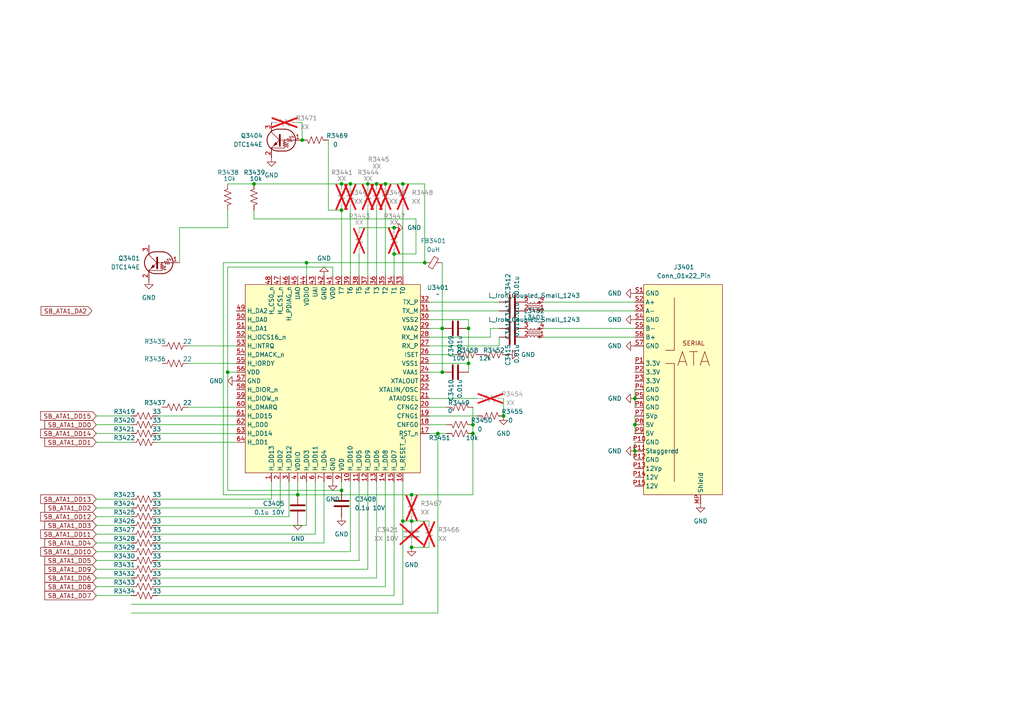
<source format=kicad_sch>
(kicad_sch (version 20231120) (generator "eeschema") (generator_version "8.0")
  (paper "A4")
  (lib_symbols
    (symbol "Device:C" (pin_numbers hide) (pin_names (offset 0.254))
      (property "Reference" "C" (at 0.635 2.54 0))
      (property "Value" "C" (at 0.635 -2.54 0))
      (symbol "C_0_1"
        (polyline (pts (xy -2.032 -0.762) (xy 2.032 -0.762)) (stroke (width 0.508)))
        (polyline (pts (xy -2.032 0.762) (xy 2.032 0.762)) (stroke (width 0.508)))
      )
      (symbol "C_1_1"
        (pin passive line (at 0 3.81 270) (length 2.794) (name "~") (number "1"))
        (pin passive line (at 0 -3.81 90) (length 2.794) (name "~") (number "2"))
      )
    )
    (symbol "Device:FerriteBead_Small" (pin_numbers hide) (pin_names (offset 0))
      (property "Reference" "FB" (at 1.905 1.27 0))
      (property "Value" "FerriteBead_Small" (at 1.905 -1.27 0))
      (symbol "FerriteBead_Small_0_1"
        (polyline (pts (xy 0 -1.27) (xy 0 -0.7874)))
        (polyline (pts (xy 0 0.889) (xy 0 1.2954)))
        (polyline (pts (xy -1.8288 0.2794) (xy -1.1176 1.4986) (xy 1.8288 -0.2032) (xy 1.1176 -1.4224) (xy -1.8288 0.2794)))
      )
      (symbol "FerriteBead_Small_1_1"
        (pin passive line (at 0 2.54 270) (length 1.27) (name "~") (number "1"))
        (pin passive line (at 0 -2.54 90) (length 1.27) (name "~") (number "2"))
      )
    )
    (symbol "Device:L_Iron_Coupled_Small_1243" (pin_names (offset 0.254) hide)
      (property "Reference" "L" (at 0 3.175 0))
      (property "Value" "L_Iron_Coupled_Small_1243" (at 0 -3.175 0))
      (symbol "L_Iron_Coupled_Small_1243_0_1"
        (arc (start -2.032 1.27) (mid -1.524 0.7642) (end -1.016 1.27))
        (circle (center -1.524 -1.27) (radius 0.254) (fill (type outline)))
        (circle (center -1.524 1.27) (radius 0.254) (fill (type outline)))
        (arc (start -1.016 -1.27) (mid -1.524 -0.7642) (end -2.032 -1.27))
        (arc (start -1.016 1.27) (mid -0.508 0.7642) (end 0 1.27))
        (arc (start 0 -1.27) (mid -0.508 -0.7642) (end -1.016 -1.27))
        (polyline (pts (xy 1.778 -0.254) (xy -1.778 -0.254)))
        (polyline (pts (xy 1.778 0.254) (xy -1.778 0.254)))
        (arc (start 0 1.27) (mid 0.508 0.7642) (end 1.016 1.27))
        (arc (start 1.016 -1.27) (mid 0.508 -0.7642) (end 0 -1.27))
        (arc (start 1.016 1.27) (mid 1.524 0.7642) (end 2.032 1.27))
        (arc (start 2.032 -1.27) (mid 1.524 -0.7642) (end 1.016 -1.27))
      )
      (symbol "L_Iron_Coupled_Small_1243_1_1"
        (pin passive line (at -2.54 1.27 0) (length 0.508) (name "1") (number "1"))
        (pin passive line (at 2.54 1.27 180) (length 0.508) (name "2") (number "2"))
        (pin passive line (at 2.54 -1.27 180) (length 0.508) (name "3") (number "3"))
        (pin passive line (at -2.54 -1.27 0) (length 0.508) (name "4") (number "4"))
      )
    )
    (symbol "Device:R_US" (pin_numbers hide) (pin_names (offset 0))
      (property "Reference" "R" (at 2.54 0 90))
      (property "Value" "R_US" (at -2.54 0 90))
      (symbol "R_US_0_1"
        (polyline (pts (xy 0 -2.286) (xy 0 -2.54)))
        (polyline (pts (xy 0 2.286) (xy 0 2.54)))
        (polyline (pts (xy 0 -0.762) (xy 1.016 -1.143) (xy 0 -1.524) (xy -1.016 -1.905) (xy 0 -2.286)))
        (polyline (pts (xy 0 0.762) (xy 1.016 0.381) (xy 0 0) (xy -1.016 -0.381) (xy 0 -0.762)))
        (polyline (pts (xy 0 2.286) (xy 1.016 1.905) (xy 0 1.524) (xy -1.016 1.143) (xy 0 0.762)))
      )
      (symbol "R_US_1_1"
        (pin passive line (at 0 3.81 270) (length 1.27) (name "~") (number "1"))
        (pin passive line (at 0 -3.81 90) (length 1.27) (name "~") (number "2"))
      )
    )
    (symbol "PS3:88SA8040C0"
      (property "Reference" "U" (at 31.75 -14.732 0))
      (symbol "88SA8040C0_0_0"
        (pin unspecified line (at 0 0 0) (length 2.54) (name "H_DD13") (number "1"))
        (pin unspecified line (at 0 -22.86 0) (length 2.54) (name "H_DD10") (number "10"))
        (pin unspecified line (at 0 -25.4 0) (length 2.54) (name "H_DD5") (number "11"))
        (pin unspecified line (at 0 -27.94 0) (length 2.54) (name "H_DD9") (number "12"))
        (pin unspecified line (at 0 -33.02 0) (length 2.54) (name "H_DD8") (number "14"))
        (pin unspecified line (at 0 -35.56 0) (length 2.54) (name "H_DD7") (number "15"))
        (pin unspecified line (at 0 -38.1 0) (length 2.54) (name "H_RESET_n") (number "16"))
        (pin unspecified line (at 13.97 -45.72 90) (length 2.54) (name "RST_n") (number "17"))
        (pin unspecified line (at 16.51 -45.72 90) (length 2.54) (name "CNFG0") (number "18"))
        (pin unspecified line (at 19.05 -45.72 90) (length 2.54) (name "CFNG1") (number "19"))
        (pin unspecified line (at 0 -2.54 0) (length 2.54) (name "H_DD2") (number "2"))
        (pin unspecified line (at 21.59 -45.72 90) (length 2.54) (name "CFNG2") (number "20"))
        (pin unspecified line (at 24.13 -45.72 90) (length 2.54) (name "ATAIOSEL") (number "21"))
        (pin unspecified line (at 26.67 -45.72 90) (length 2.54) (name "XTALIN/OSC") (number "22"))
        (pin unspecified line (at 29.21 -45.72 90) (length 2.54) (name "XTALOUT") (number "23"))
        (pin power_in line (at 31.75 -45.72 90) (length 2.54) (name "VAA1") (number "24"))
        (pin power_in line (at 34.29 -45.72 90) (length 2.54) (name "VSS1") (number "25"))
        (pin unspecified line (at 36.83 -45.72 90) (length 2.54) (name "ISET") (number "26"))
        (pin unspecified line (at 39.37 -45.72 90) (length 2.54) (name "RX_P") (number "27"))
        (pin unspecified line (at 41.91 -45.72 90) (length 2.54) (name "RX_M") (number "28"))
        (pin power_in line (at 44.45 -45.72 90) (length 2.54) (name "VAA2") (number "29"))
        (pin unspecified line (at 0 -5.08 0) (length 2.54) (name "H_DD12") (number "3"))
        (pin power_in line (at 46.99 -45.72 90) (length 2.54) (name "VSS2") (number "30"))
        (pin unspecified line (at 49.53 -45.72 90) (length 2.54) (name "TX_M") (number "31"))
        (pin unspecified line (at 52.07 -45.72 90) (length 2.54) (name "TX_P") (number "32"))
        (pin unspecified line (at 59.69 -38.1 180) (length 2.54) (name "T0") (number "33"))
        (pin unspecified line (at 59.69 -35.56 180) (length 2.54) (name "T1") (number "34"))
        (pin unspecified line (at 59.69 -33.02 180) (length 2.54) (name "T2") (number "35"))
        (pin unspecified line (at 59.69 -30.48 180) (length 2.54) (name "T3") (number "36"))
        (pin unspecified line (at 59.69 -27.94 180) (length 2.54) (name "T4") (number "37"))
        (pin unspecified line (at 59.69 -25.4 180) (length 2.54) (name "T5") (number "38"))
        (pin unspecified line (at 59.69 -22.86 180) (length 2.54) (name "T6") (number "39"))
        (pin power_in line (at 0 -7.62 0) (length 2.54) (name "VDDIO") (number "4"))
        (pin unspecified line (at 59.69 -20.32 180) (length 2.54) (name "T7") (number "40"))
        (pin power_in line (at 59.69 -17.78 180) (length 2.54) (name "VDD") (number "41"))
        (pin power_in line (at 59.69 -15.24 180) (length 2.54) (name "GND") (number "42"))
        (pin unspecified line (at 59.69 -12.7 180) (length 2.54) (name "UAI") (number "43"))
        (pin power_in line (at 59.69 -10.16 180) (length 2.54) (name "VDDIO") (number "44"))
        (pin unspecified line (at 59.69 -7.62 180) (length 2.54) (name "UAO") (number "45"))
        (pin unspecified line (at 59.69 -5.08 180) (length 2.54) (name "H_PDIAG_n") (number "46"))
        (pin unspecified line (at 59.69 -2.54 180) (length 2.54) (name "H_CS1_n") (number "47"))
        (pin unspecified line (at 59.69 0 180) (length 2.54) (name "H_CS0_n") (number "48"))
        (pin unspecified line (at 49.53 10.16 270) (length 2.54) (name "H_DA2") (number "49"))
        (pin unspecified line (at 0 -10.16 0) (length 2.54) (name "H_DD3") (number "5"))
        (pin unspecified line (at 46.99 10.16 270) (length 2.54) (name "H_DA0") (number "50"))
        (pin unspecified line (at 44.45 10.16 270) (length 2.54) (name "H_DA1") (number "51"))
        (pin unspecified line (at 41.91 10.16 270) (length 2.54) (name "H_IOCS16_n") (number "52"))
        (pin unspecified line (at 39.37 10.16 270) (length 2.54) (name "H_INTRQ") (number "53"))
        (pin unspecified line (at 36.83 10.16 270) (length 2.54) (name "H_DMACK_n") (number "54"))
        (pin unspecified line (at 34.29 10.16 270) (length 2.54) (name "H_IORDY") (number "55"))
        (pin power_in line (at 31.75 10.16 270) (length 2.54) (name "VDD") (number "56"))
        (pin power_in line (at 29.21 10.16 270) (length 2.54) (name "GND") (number "57"))
        (pin unspecified line (at 26.67 10.16 270) (length 2.54) (name "H_DIOR_n") (number "58"))
        (pin unspecified line (at 24.13 10.16 270) (length 2.54) (name "H_DIOW_n") (number "59"))
        (pin unspecified line (at 0 -12.7 0) (length 2.54) (name "H_DD11") (number "6"))
        (pin unspecified line (at 21.59 10.16 270) (length 2.54) (name "H_DMARQ") (number "60"))
        (pin unspecified line (at 19.05 10.16 270) (length 2.54) (name "H_DD15") (number "61"))
        (pin unspecified line (at 16.51 10.16 270) (length 2.54) (name "H_DD0") (number "62"))
        (pin unspecified line (at 13.97 10.16 270) (length 2.54) (name "H_DD14") (number "63"))
        (pin unspecified line (at 11.43 10.16 270) (length 2.54) (name "H_DD1") (number "64"))
        (pin unspecified line (at 0 -15.24 0) (length 2.54) (name "H_DD4") (number "7"))
        (pin power_in line (at 0 -17.78 0) (length 2.54) (name "GND") (number "8"))
        (pin power_in line (at 0 -20.32 0) (length 2.54) (name "VDD") (number "9"))
      )
      (symbol "88SA8040C0_1_1"
        (rectangle (start 2.54 7.62) (end 57.15 -43.18) (fill (type background)))
        (pin unspecified line (at 0 -30.48 0) (length 2.54) (name "H_DD6") (number "13"))
      )
    )
    (symbol "PS3:SATA"
      (property "Reference" "J" (at 11.43 0.254 0))
      (symbol "SATA_1_1"
        (rectangle (start 0 -1.27) (end 22.86 -62.23) (fill (type background)))
        (polyline (pts (xy 6.35 -24.13) (xy 8.89 -24.13) (xy 8.89 -58.42)))
        (polyline (pts (xy 8.89 -5.08) (xy 8.89 -20.32) (xy 6.35 -20.32)))
        (text "ATA" (at 14.478 -22.86 0) (effects (font (size 4 4))))
        (text "SERIAL" (at 14.478 -18.288 0) (effects (font (size 1.27 1.27))))
        (pin no_connect line (at -2.54 -21.59 0) (length 2.54) hide (name "KEY") (number ""))
        (pin unspecified line (at 16.51 -64.77 90) (length 2.54) (name "Shield") (number "MP"))
        (pin power_in line (at -2.54 -24.13 0) (length 2.54) (name "3.3V") (number "P1"))
        (pin power_in line (at -2.54 -46.99 0) (length 2.54) (name "GND") (number "P10"))
        (pin input line (at -2.54 -49.53 0) (length 2.54) (name "Staggered") (number "P11"))
        (pin power_in line (at -2.54 -52.07 0) (length 2.54) (name "GND") (number "P12"))
        (pin power_in line (at -2.54 -54.61 0) (length 2.54) (name "12Vp") (number "P13"))
        (pin power_in line (at -2.54 -57.15 0) (length 2.54) (name "12V") (number "P14"))
        (pin power_in line (at -2.54 -59.69 0) (length 2.54) (name "12V") (number "P15"))
        (pin power_in line (at -2.54 -26.67 0) (length 2.54) (name "3.3V") (number "P2"))
        (pin power_in line (at -2.54 -29.21 0) (length 2.54) (name "3.3V") (number "P3"))
        (pin power_in line (at -2.54 -31.75 0) (length 2.54) (name "GND") (number "P4"))
        (pin power_in line (at -2.54 -34.29 0) (length 2.54) (name "GND") (number "P5"))
        (pin power_in line (at -2.54 -36.83 0) (length 2.54) (name "GND") (number "P6"))
        (pin power_in line (at -2.54 -39.37 0) (length 2.54) (name "5Vp") (number "P7"))
        (pin power_in line (at -2.54 -41.91 0) (length 2.54) (name "5V") (number "P8"))
        (pin power_in line (at -2.54 -44.45 0) (length 2.54) (name "5V") (number "P9"))
        (pin power_in line (at -2.54 -3.81 0) (length 2.54) (name "GND") (number "S1"))
        (pin input line (at -2.54 -6.35 0) (length 2.54) (name "A+") (number "S2"))
        (pin input line (at -2.54 -8.89 0) (length 2.54) (name "A-") (number "S3"))
        (pin power_in line (at -2.54 -11.43 0) (length 2.54) (name "GND") (number "S4"))
        (pin output line (at -2.54 -13.97 0) (length 2.54) (name "B-") (number "S5"))
        (pin output line (at -2.54 -16.51 0) (length 2.54) (name "B+") (number "S6"))
        (pin power_in line (at -2.54 -19.05 0) (length 2.54) (name "GND") (number "S7"))
      )
    )
    (symbol "Transistor_BJT:DTC144E" (pin_names (offset 0) hide)
      (property "Reference" "Q" (at 5.08 1.905 0))
      (property "Value" "DTC144E" (at 5.08 0 0))
      (symbol "DTC144E_0_0"
        (text "47k" (at -3.302 0.889 0) (effects (font (size 0.508 0.508))))
        (text "47k" (at -2.159 -1.524 900) (effects (font (size 0.508 0.508))))
      )
      (symbol "DTC144E_0_1"
        (circle (center -1.27 0) (radius 0.127))
        (arc (start -1.27 3.175) (mid -4.4312 0) (end -1.27 -3.175) (stroke (width 0.254)))
        (polyline (pts (xy -3.429 0) (xy -3.81 0)))
        (polyline (pts (xy -1.27 -3.175) (xy 0.635 -3.175)) (stroke (width 0.254)))
        (polyline (pts (xy -1.27 3.175) (xy 0.635 3.175)) (stroke (width 0.254)))
        (polyline (pts (xy 0 -0.254) (xy 2.54 2.286)))
        (polyline (pts (xy 0.127 1.524) (xy 0.127 -1.651)) (stroke (width 0.508)) (fill (type outline)))
        (polyline (pts (xy 2.54 2.286) (xy 2.54 2.54)))
        (polyline (pts (xy 2.54 -2.286) (xy 0 0.254) (xy 0 0.254)))
        (polyline (pts (xy 0.889 -1.143) (xy 1.397 -0.635) (xy 1.905 -1.651) (xy 0.889 -1.143)) (fill (type outline)))
        (polyline (pts (xy 0 0) (xy -1.905 0) (xy -2.032 0.508) (xy -2.286 -0.508) (xy -2.54 0.508) (xy -2.794 -0.508) (xy -3.048 0.508) (xy -3.302 -0.508) (xy -3.429 0)))
        (polyline (pts (xy -1.27 0) (xy -1.27 -0.381) (xy -0.762 -0.508) (xy -1.778 -0.762) (xy -0.762 -1.016) (xy -1.778 -1.27) (xy -0.762 -1.524) (xy -1.778 -1.778) (xy -1.27 -1.905) (xy -1.27 -2.286) (xy 2.54 -2.286)))
        (arc (start 0.635 -3.175) (mid 3.7962 0) (end 0.635 3.175) (stroke (width 0.254)))
        (circle (center 2.54 -2.286) (radius 0.127))
      )
      (symbol "DTC144E_1_1"
        (pin input line (at -6.35 0 0) (length 2.54) (name "B") (number "1"))
        (pin passive line (at 2.54 -5.08 90) (length 2.54) (name "E") (number "2"))
        (pin passive line (at 2.54 5.08 270) (length 2.54) (name "C") (number "3"))
      )
    )
    (symbol "power:GND" (power) (pin_numbers hide) (pin_names (offset 0) hide)
      (property "Value" "GND" (at 0 -3.81 0))
      (symbol "GND_0_1"
        (polyline (pts (xy 0 0) (xy 0 -1.27) (xy 1.27 -1.27) (xy 0 -2.54) (xy -1.27 -1.27) (xy 0 -1.27)))
      )
      (symbol "GND_1_1"
        (pin power_in line (at 0 0 270) (length 0) (name "~") (number "1"))
      )
    )
  )
  (junction (at 87.63 40.64))
  (junction (at 135.89 95.25))
  (junction (at 111.76 53.34))
  (junction (at 114.3 73.66))
  (junction (at 184.15 123.19))
  (junction (at 88.9 76.2))
  (junction (at 106.68 53.34))
  (junction (at 99.06 60.96))
  (junction (at 127 125.73))
  (junction (at 119.38 158.75))
  (junction (at 184.15 115.57))
  (junction (at 123.19 76.2))
  (junction (at 119.38 151.13))
  (junction (at 73.66 53.34))
  (junction (at 116.84 151.13))
  (junction (at 137.16 125.73))
  (junction (at 66.04 107.95))
  (junction (at 184.15 130.81))
  (junction (at 99.06 53.34))
  (junction (at 128.27 95.25))
  (junction (at 135.89 105.41))
  (junction (at 114.3 66.04))
  (junction (at 116.84 53.34))
  (junction (at 146.05 120.65))
  (junction (at 101.6 53.34))
  (junction (at 119.38 143.51))
  (junction (at 86.36 143.51))
  (junction (at 137.16 123.19))
  (junction (at 99.06 142.24))
  (junction (at 128.27 107.95))
  (junction (at 109.22 53.34))
  (wire (pts (xy 101.6 53.34) (xy 106.68 53.34)))
  (wire (pts (xy 137.16 143.51) (xy 137.16 125.73)))
  (wire (pts (xy 119.38 158.75) (xy 124.46 158.75)))
  (wire (pts (xy 95.25 40.64) (xy 95.25 60.96)))
  (wire (pts (xy 157.48 90.17) (xy 184.15 90.17)))
  (wire (pts (xy 184.15 130.81) (xy 184.15 133.35)))
  (wire (pts (xy 27.94 154.94) (xy 38.1 154.94)))
  (wire (pts (xy 184.15 120.65) (xy 184.15 123.19)))
  (wire (pts (xy 124.46 97.79) (xy 142.24 97.79)))
  (wire (pts (xy 54.61 118.11) (xy 68.58 118.11)))
  (wire (pts (xy 52.07 66.04) (xy 52.07 76.2)))
  (wire (pts (xy 124.46 107.95) (xy 128.27 107.95)))
  (wire (pts (xy 91.44 154.94) (xy 91.44 139.7)))
  (wire (pts (xy 104.14 139.7) (xy 104.14 162.56)))
  (wire (pts (xy 95.25 60.96) (xy 99.06 60.96)))
  (wire (pts (xy 88.9 76.2) (xy 88.9 80.01)))
  (wire (pts (xy 184.15 128.27) (xy 184.15 130.81)))
  (wire (pts (xy 114.3 73.66) (xy 120.65 73.66)))
  (wire (pts (xy 124.46 115.57) (xy 138.43 115.57)))
  (wire (pts (xy 86.36 143.51) (xy 64.77 143.51)))
  (wire (pts (xy 88.9 152.4) (xy 45.72 152.4)))
  (wire (pts (xy 45.72 125.73) (xy 68.58 125.73)))
  (wire (pts (xy 27.94 149.86) (xy 38.1 149.86)))
  (wire (pts (xy 93.98 139.7) (xy 93.98 157.48)))
  (wire (pts (xy 106.68 53.34) (xy 109.22 53.34)))
  (wire (pts (xy 45.72 120.65) (xy 68.58 120.65)))
  (wire (pts (xy 157.48 97.79) (xy 184.15 97.79)))
  (wire (pts (xy 116.84 53.34) (xy 123.19 53.34)))
  (wire (pts (xy 109.22 60.96) (xy 109.22 80.01)))
  (wire (pts (xy 114.3 172.72) (xy 114.3 139.7)))
  (wire (pts (xy 124.46 105.41) (xy 135.89 105.41)))
  (wire (pts (xy 111.76 60.96) (xy 111.76 80.01)))
  (wire (pts (xy 66.04 142.24) (xy 66.04 107.95)))
  (wire (pts (xy 124.46 102.87) (xy 132.08 102.87)))
  (wire (pts (xy 124.46 100.33) (xy 144.78 100.33)))
  (wire (pts (xy 111.76 53.34) (xy 116.84 53.34)))
  (wire (pts (xy 45.72 167.64) (xy 109.22 167.64)))
  (wire (pts (xy 45.72 160.02) (xy 101.6 160.02)))
  (wire (pts (xy 184.15 113.03) (xy 184.15 115.57)))
  (wire (pts (xy 64.77 143.51) (xy 64.77 76.2)))
  (wire (pts (xy 142.24 97.79) (xy 142.24 95.25)))
  (wire (pts (xy 93.98 157.48) (xy 45.72 157.48)))
  (wire (pts (xy 124.46 118.11) (xy 129.54 118.11)))
  (wire (pts (xy 45.72 144.78) (xy 78.74 144.78)))
  (wire (pts (xy 83.82 149.86) (xy 83.82 139.7)))
  (wire (pts (xy 38.1 177.8) (xy 127 177.8)))
  (wire (pts (xy 66.04 107.95) (xy 68.58 107.95)))
  (wire (pts (xy 124.46 123.19) (xy 129.54 123.19)))
  (wire (pts (xy 87.63 35.56) (xy 87.63 40.64)))
  (wire (pts (xy 124.46 95.25) (xy 128.27 95.25)))
  (wire (pts (xy 99.06 139.7) (xy 99.06 142.24)))
  (wire (pts (xy 116.84 60.96) (xy 116.84 80.01)))
  (wire (pts (xy 27.94 172.72) (xy 38.1 172.72)))
  (wire (pts (xy 135.89 107.95) (xy 135.89 105.41)))
  (wire (pts (xy 86.36 139.7) (xy 86.36 143.51)))
  (wire (pts (xy 45.72 154.94) (xy 91.44 154.94)))
  (wire (pts (xy 27.94 157.48) (xy 38.1 157.48)))
  (wire (pts (xy 128.27 76.2) (xy 128.27 95.25)))
  (wire (pts (xy 135.89 92.71) (xy 124.46 92.71)))
  (wire (pts (xy 78.74 144.78) (xy 78.74 139.7)))
  (wire (pts (xy 184.15 115.57) (xy 184.15 118.11)))
  (wire (pts (xy 96.52 80.01) (xy 96.52 77.47)))
  (wire (pts (xy 45.72 123.19) (xy 68.58 123.19)))
  (wire (pts (xy 157.48 95.25) (xy 184.15 95.25)))
  (wire (pts (xy 184.15 123.19) (xy 184.15 125.73)))
  (wire (pts (xy 88.9 76.2) (xy 123.19 76.2)))
  (wire (pts (xy 123.19 53.34) (xy 123.19 76.2)))
  (wire (pts (xy 27.94 162.56) (xy 38.1 162.56)))
  (wire (pts (xy 27.94 167.64) (xy 38.1 167.64)))
  (wire (pts (xy 27.94 120.65) (xy 38.1 120.65)))
  (wire (pts (xy 114.3 73.66) (xy 114.3 80.01)))
  (wire (pts (xy 111.76 139.7) (xy 111.76 170.18)))
  (wire (pts (xy 104.14 66.04) (xy 114.3 66.04)))
  (wire (pts (xy 66.04 77.47) (xy 66.04 107.95)))
  (wire (pts (xy 137.16 118.11) (xy 137.16 123.19)))
  (wire (pts (xy 120.65 73.66) (xy 120.65 63.5)))
  (wire (pts (xy 116.84 151.13) (xy 116.84 175.26)))
  (wire (pts (xy 86.36 35.56) (xy 87.63 35.56)))
  (wire (pts (xy 119.38 151.13) (xy 124.46 151.13)))
  (wire (pts (xy 127 125.73) (xy 127 177.8)))
  (wire (pts (xy 73.66 60.96) (xy 73.66 63.5)))
  (wire (pts (xy 119.38 151.13) (xy 116.84 151.13)))
  (wire (pts (xy 45.72 165.1) (xy 106.68 165.1)))
  (wire (pts (xy 101.6 60.96) (xy 101.6 80.01)))
  (wire (pts (xy 54.61 100.33) (xy 68.58 100.33)))
  (wire (pts (xy 66.04 53.34) (xy 73.66 53.34)))
  (wire (pts (xy 104.14 73.66) (xy 104.14 80.01)))
  (wire (pts (xy 54.61 105.41) (xy 68.58 105.41)))
  (wire (pts (xy 146.05 115.57) (xy 146.05 120.65)))
  (wire (pts (xy 27.94 165.1) (xy 38.1 165.1)))
  (wire (pts (xy 157.48 87.63) (xy 184.15 87.63)))
  (wire (pts (xy 106.68 165.1) (xy 106.68 139.7)))
  (wire (pts (xy 64.77 76.2) (xy 88.9 76.2)))
  (wire (pts (xy 135.89 95.25) (xy 135.89 92.71)))
  (wire (pts (xy 27.94 152.4) (xy 38.1 152.4)))
  (wire (pts (xy 27.94 128.27) (xy 38.1 128.27)))
  (wire (pts (xy 27.94 170.18) (xy 38.1 170.18)))
  (wire (pts (xy 124.46 87.63) (xy 144.78 87.63)))
  (wire (pts (xy 111.76 170.18) (xy 45.72 170.18)))
  (wire (pts (xy 101.6 160.02) (xy 101.6 139.7)))
  (wire (pts (xy 88.9 139.7) (xy 88.9 152.4)))
  (wire (pts (xy 137.16 123.19) (xy 137.16 125.73)))
  (wire (pts (xy 27.94 160.02) (xy 38.1 160.02)))
  (wire (pts (xy 96.52 77.47) (xy 66.04 77.47)))
  (wire (pts (xy 127 125.73) (xy 129.54 125.73)))
  (wire (pts (xy 99.06 53.34) (xy 101.6 53.34)))
  (wire (pts (xy 119.38 143.51) (xy 137.16 143.51)))
  (wire (pts (xy 124.46 90.17) (xy 144.78 90.17)))
  (wire (pts (xy 109.22 167.64) (xy 109.22 139.7)))
  (wire (pts (xy 142.24 95.25) (xy 144.78 95.25)))
  (wire (pts (xy 81.28 139.7) (xy 81.28 147.32)))
  (wire (pts (xy 66.04 60.96) (xy 66.04 66.04)))
  (wire (pts (xy 45.72 149.86) (xy 83.82 149.86)))
  (wire (pts (xy 27.94 123.19) (xy 38.1 123.19)))
  (wire (pts (xy 128.27 107.95) (xy 128.27 95.25)))
  (wire (pts (xy 81.28 147.32) (xy 45.72 147.32)))
  (wire (pts (xy 106.68 60.96) (xy 106.68 80.01)))
  (wire (pts (xy 124.46 125.73) (xy 127 125.73)))
  (wire (pts (xy 73.66 63.5) (xy 120.65 63.5)))
  (wire (pts (xy 66.04 66.04) (xy 52.07 66.04)))
  (wire (pts (xy 124.46 120.65) (xy 138.43 120.65)))
  (wire (pts (xy 45.72 128.27) (xy 68.58 128.27)))
  (wire (pts (xy 135.89 105.41) (xy 135.89 95.25)))
  (wire (pts (xy 109.22 53.34) (xy 111.76 53.34)))
  (wire (pts (xy 73.66 53.34) (xy 99.06 53.34)))
  (wire (pts (xy 99.06 60.96) (xy 99.06 80.01)))
  (wire (pts (xy 99.06 142.24) (xy 66.04 142.24)))
  (wire (pts (xy 27.94 125.73) (xy 38.1 125.73)))
  (wire (pts (xy 38.1 175.26) (xy 116.84 175.26)))
  (wire (pts (xy 27.94 147.32) (xy 38.1 147.32)))
  (wire (pts (xy 86.36 143.51) (xy 119.38 143.51)))
  (wire (pts (xy 144.78 100.33) (xy 144.78 97.79)))
  (wire (pts (xy 104.14 162.56) (xy 45.72 162.56)))
  (wire (pts (xy 45.72 172.72) (xy 114.3 172.72)))
  (wire (pts (xy 27.94 144.78) (xy 38.1 144.78)))
  (wire (pts (xy 116.84 151.13) (xy 116.84 139.7)))
  (global_label "SB_ATA1_DA2" (shape input) (at 26.67 90.17 180) (property "Intersheetrefs" "${INTERSHEET_REFS}" (effects (hide yes))))
  (global_label "SB_ATA1_DD2" (shape input) (at 27.94 147.32 180) (property "Intersheetrefs" "${INTERSHEET_REFS}" (effects (hide yes))))
  (global_label "SB_ATA1_DD11" (shape input) (at 27.94 154.94 180) (property "Intersheetrefs" "${INTERSHEET_REFS}" (effects (hide yes))))
  (global_label "SB_ATA1_DD4" (shape input) (at 27.94 157.48 180) (property "Intersheetrefs" "${INTERSHEET_REFS}" (effects (hide yes))))
  (global_label "SB_ATA1_DD8" (shape input) (at 27.94 170.18 180) (property "Intersheetrefs" "${INTERSHEET_REFS}" (effects (hide yes))))
  (global_label "SB_ATA1_DD13" (shape input) (at 27.94 144.78 180) (property "Intersheetrefs" "${INTERSHEET_REFS}" (effects (hide yes))))
  (global_label "SB_ATA1_DD1" (shape input) (at 27.94 128.27 180) (property "Intersheetrefs" "${INTERSHEET_REFS}" (effects (hide yes))))
  (global_label "SB_ATA1_DD5" (shape input) (at 27.94 162.56 180) (property "Intersheetrefs" "${INTERSHEET_REFS}" (effects (hide yes))))
  (global_label "SB_ATA1_DD10" (shape input) (at 27.94 160.02 180) (property "Intersheetrefs" "${INTERSHEET_REFS}" (effects (hide yes))))
  (global_label "SB_ATA1_DD6" (shape input) (at 27.94 167.64 180) (property "Intersheetrefs" "${INTERSHEET_REFS}" (effects (hide yes))))
  (global_label "SB_ATA1_DD3" (shape input) (at 27.94 152.4 180) (property "Intersheetrefs" "${INTERSHEET_REFS}" (effects (hide yes))))
  (global_label "SB_ATA1_DD0" (shape input) (at 27.94 123.19 180) (property "Intersheetrefs" "${INTERSHEET_REFS}" (effects (hide yes))))
  (global_label "SB_ATA1_DD12" (shape input) (at 27.94 149.86 180) (property "Intersheetrefs" "${INTERSHEET_REFS}" (effects (hide yes))))
  (global_label "SB_ATA1_DD7" (shape input) (at 27.94 172.72 180) (property "Intersheetrefs" "${INTERSHEET_REFS}" (effects (hide yes))))
  (global_label "SB_ATA1_DD15" (shape input) (at 27.94 120.65 180) (property "Intersheetrefs" "${INTERSHEET_REFS}" (effects (hide yes))))
  (global_label "SB_ATA1_DD14" (shape input) (at 27.94 125.73 180) (property "Intersheetrefs" "${INTERSHEET_REFS}" (effects (hide yes))))
  (global_label "SB_ATA1_DD9" (shape input) (at 27.94 165.1 180) (property "Intersheetrefs" "${INTERSHEET_REFS}" (effects (hide yes))))
  (symbol (lib_id "Device:R_US") (at 133.35 123.19 90) (mirror x) (unit 1)
    (property "Reference" "R3450" (at 139.7 121.92 90))
    (property "Value" "0" (at 139.192 124.46 90))
    (property "Footprint" "Resistor_SMD:R_0402_1005Metric" (effects (hide yes)))
    (property "Description" "Resistor, US symbol" (effects (hide yes)))
  )
  (symbol (lib_id "Device:R_US") (at 142.24 115.57 90) (mirror x) (unit 1) (in_bom no) (dnp yes)
    (property "Reference" "R3454" (at 148.59 114.3 90))
    (property "Value" "XX" (at 148.082 116.84 90))
    (property "Footprint" "Resistor_SMD:R_0402_1005Metric" (effects (hide yes)))
    (property "Description" "Resistor, US symbol" (effects (hide yes)))
  )
  (symbol (lib_id "Device:R_US") (at 50.8 105.41 90) (unit 1)
    (property "Reference" "R3436" (at 44.958 104.14 90))
    (property "Value" "22" (at 54.356 104.14 90))
    (property "Footprint" "Resistor_SMD:R_0402_1005Metric" (effects (hide yes)))
    (property "Description" "Resistor, US symbol" (effects (hide yes)))
  )
  (symbol (lib_id "Transistor_BJT:DTC144E") (at 45.72 76.2 0) (mirror y) (unit 1)
    (property "Reference" "Q3401" (at 40.64 74.9299 0) (effects (justify left)))
    (property "Value" "DTC144E" (at 40.64 77.4699 0) (effects (justify left)))
    (property "Footprint" "Package_TO_SOT_SMD:SOT-323_SC-70" (effects (hide yes)))
    (property "Description" "Digital NPN Transistor, 47k/47k, SOT-23" (effects (hide yes)))
  )
  (symbol (lib_id "Device:R_US") (at 41.91 149.86 90) (unit 1)
    (property "Reference" "R3425" (at 36.068 148.59 90))
    (property "Value" "33" (at 45.466 148.59 90))
    (property "Footprint" "Resistor_SMD:R_0402_1005Metric" (effects (hide yes)))
    (property "Description" "Resistor, US symbol" (effects (hide yes)))
  )
  (symbol (lib_id "Device:R_US") (at 41.91 160.02 90) (unit 1)
    (property "Reference" "R3429" (at 36.068 158.75 90))
    (property "Value" "33" (at 45.466 158.75 90))
    (property "Footprint" "Resistor_SMD:R_0402_1005Metric" (effects (hide yes)))
    (property "Description" "Resistor, US symbol" (effects (hide yes)))
  )
  (symbol (lib_id "Device:R_US") (at 66.04 57.15 0) (mirror y) (unit 1)
    (property "Reference" "R3438" (at 62.992 50.038 0) (effects (justify right)))
    (property "Value" "10k" (at 64.77 51.816 0) (effects (justify right)))
    (property "Footprint" "Resistor_SMD:R_0402_1005Metric" (effects (hide yes)))
    (property "Description" "Resistor, US symbol" (effects (hide yes)))
  )
  (symbol (lib_id "Device:R_US") (at 41.91 144.78 90) (unit 1)
    (property "Reference" "R3423" (at 36.068 143.51 90))
    (property "Value" "33" (at 45.466 143.51 90))
    (property "Footprint" "Resistor_SMD:R_0402_1005Metric" (effects (hide yes)))
    (property "Description" "Resistor, US symbol" (effects (hide yes)))
  )
  (symbol (lib_id "Device:R_US") (at 41.91 154.94 90) (unit 1)
    (property "Reference" "R3427" (at 36.068 153.67 90))
    (property "Value" "33" (at 45.466 153.67 90))
    (property "Footprint" "Resistor_SMD:R_0402_1005Metric" (effects (hide yes)))
    (property "Description" "Resistor, US symbol" (effects (hide yes)))
  )
  (symbol (lib_id "power:GND") (at 78.74 45.72 0) (unit 1)
    (property "Reference" "#PWR0745" (effects (hide yes)))
    (property "Value" "GND" (at 78.74 50.8 0))
    (property "Description" "Power symbol creates a global label with name \"GND\" , ground" (effects (hide yes)))
  )
  (symbol (lib_id "Device:R_US") (at 99.06 57.15 0) (mirror y) (unit 1) (in_bom no) (dnp yes)
    (property "Reference" "R3441" (at 96.012 50.038 0) (effects (justify right)))
    (property "Value" "XX" (at 97.79 51.816 0) (effects (justify right)))
    (property "Footprint" "Resistor_SMD:R_0402_1005Metric" (effects (hide yes)))
    (property "Description" "Resistor, US symbol" (effects (hide yes)))
  )
  (symbol (lib_id "power:GND") (at 43.18 81.28 0) (unit 1)
    (property "Reference" "#PWR0746" (effects (hide yes)))
    (property "Value" "GND" (at 43.18 86.36 0))
    (property "Description" "Power symbol creates a global label with name \"GND\" , ground" (effects (hide yes)))
  )
  (symbol (lib_id "Device:C") (at 119.38 154.94 0) (mirror y) (unit 1) (in_bom no) (dnp yes)
    (property "Reference" "C3421" (at 115.57 153.6699 0) (effects (justify left)))
    (property "Value" "XX 10V" (at 115.57 156.2099 0) (effects (justify left)))
    (property "Footprint" "Capacitor_SMD:C_0402_1005Metric" (effects (hide yes)))
    (property "Description" "Unpolarized capacitor" (effects (hide yes)))
  )
  (symbol (lib_id "power:GND") (at 96.52 139.7 0) (unit 1)
    (property "Reference" "#PWR0541" (effects (hide yes)))
    (property "Value" "GND" (at 96.52 144.78 0))
    (property "Description" "Power symbol creates a global label with name \"GND\" , ground" (effects (hide yes)))
  )
  (symbol (lib_id "Device:C") (at 148.59 95.25 90) (mirror x) (unit 1)
    (property "Reference" "C3413" (at 147.32 93.218 0) (effects (justify right)))
    (property "Value" "0.01u" (at 149.86 93.218 0) (effects (justify right)))
    (property "Footprint" "Capacitor_SMD:C_0402_1005Metric" (effects (hide yes)))
    (property "Description" "Unpolarized capacitor" (effects (hide yes)))
  )
  (symbol (lib_id "Device:R_US") (at 111.76 57.15 0) (mirror y) (unit 1) (in_bom no) (dnp yes)
    (property "Reference" "R3446" (at 111.506 55.88 0) (effects (justify right)))
    (property "Value" "XX" (at 112.776 58.42 0) (effects (justify right)))
    (property "Footprint" "Resistor_SMD:R_0402_1005Metric" (effects (hide yes)))
    (property "Description" "Resistor, US symbol" (effects (hide yes)))
  )
  (symbol (lib_id "power:GND") (at 184.15 92.71 270) (unit 1)
    (property "Reference" "#PWR0543" (effects (hide yes)))
    (property "Value" "GND" (at 180.34 92.7099 90) (effects (justify right)))
    (property "Description" "Power symbol creates a global label with name \"GND\" , ground" (effects (hide yes)))
  )
  (symbol (lib_id "Device:R_US") (at 142.24 120.65 90) (mirror x) (unit 1)
    (property "Reference" "R3455" (at 148.59 119.38 90))
    (property "Value" "0" (at 148.082 121.92 90))
    (property "Footprint" "Resistor_SMD:R_0402_1005Metric" (effects (hide yes)))
    (property "Description" "Resistor, US symbol" (effects (hide yes)))
  )
  (symbol (lib_id "Device:R_US") (at 116.84 57.15 0) (mirror y) (unit 1) (in_bom no) (dnp yes)
    (property "Reference" "R3448" (at 119.38 55.8799 0) (effects (justify right)))
    (property "Value" "XX" (at 119.38 58.4199 0) (effects (justify right)))
    (property "Footprint" "Resistor_SMD:R_0402_1005Metric" (effects (hide yes)))
    (property "Description" "Resistor, US symbol" (effects (hide yes)))
  )
  (symbol (lib_id "PS3:SATA") (at 186.69 81.28 0) (unit 1)
    (property "Reference" "J3401" (at 198.374 77.47 0))
    (property "Value" "Conn_01x22_Pin" (at 198.374 80.01 0))
    (property "Footprint" "PS3:SATA" (effects (hide yes)))
    (property "Description" "Generic connector, single row, 01x22, script generated" (effects (hide yes)))
  )
  (symbol (lib_id "Device:R_US") (at 135.89 102.87 90) (mirror x) (unit 1)
    (property "Reference" "R3458" (at 135.636 101.6 90))
    (property "Value" "100" (at 133.096 103.886 90))
    (property "Footprint" "Resistor_SMD:R_0402_1005Metric" (effects (hide yes)))
    (property "Description" "Resistor, US symbol" (effects (hide yes)))
  )
  (symbol (lib_id "Device:R_US") (at 41.91 123.19 90) (unit 1)
    (property "Reference" "R3420" (at 36.068 121.92 90))
    (property "Value" "33" (at 45.466 121.92 90))
    (property "Footprint" "Resistor_SMD:R_0402_1005Metric" (effects (hide yes)))
    (property "Description" "Resistor, US symbol" (effects (hide yes)))
  )
  (symbol (lib_id "Device:R_US") (at 104.14 69.85 0) (mirror y) (unit 1) (in_bom no) (dnp yes)
    (property "Reference" "R3443" (at 101.092 62.738 0) (effects (justify right)))
    (property "Value" "XX" (at 102.87 64.516 0) (effects (justify right)))
    (property "Footprint" "Resistor_SMD:R_0402_1005Metric" (effects (hide yes)))
    (property "Description" "Resistor, US symbol" (effects (hide yes)))
  )
  (symbol (lib_id "Transistor_BJT:DTC144E") (at 81.28 40.64 0) (mirror y) (unit 1)
    (property "Reference" "Q3404" (at 76.2 39.3699 0) (effects (justify left)))
    (property "Value" "DTC144E" (at 76.2 41.9099 0) (effects (justify left)))
    (property "Footprint" "Package_TO_SOT_SMD:SOT-323_SC-70" (effects (hide yes)))
    (property "Description" "Digital NPN Transistor, 47k/47k, SOT-23" (effects (hide yes)))
  )
  (symbol (lib_id "power:GND") (at 184.15 100.33 270) (unit 1)
    (property "Reference" "#PWR0544" (effects (hide yes)))
    (property "Value" "GND" (at 180.34 100.3299 90) (effects (justify right)))
    (property "Description" "Power symbol creates a global label with name \"GND\" , ground" (effects (hide yes)))
  )
  (symbol (lib_id "Device:C") (at 132.08 107.95 90) (unit 1)
    (property "Reference" "C3410" (at 130.81 109.982 0) (effects (justify right)))
    (property "Value" "0.01u" (at 133.35 109.982 0) (effects (justify right)))
    (property "Footprint" "Capacitor_SMD:C_0402_1005Metric" (effects (hide yes)))
    (property "Description" "Unpolarized capacitor" (effects (hide yes)))
  )
  (symbol (lib_id "Device:R_US") (at 41.91 172.72 90) (unit 1)
    (property "Reference" "R3434" (at 36.068 171.45 90))
    (property "Value" "33" (at 45.466 171.45 90))
    (property "Footprint" "Resistor_SMD:R_0402_1005Metric" (effects (hide yes)))
    (property "Description" "Resistor, US symbol" (effects (hide yes)))
  )
  (symbol (lib_id "Device:R_US") (at 41.91 152.4 90) (unit 1)
    (property "Reference" "R3426" (at 36.068 151.13 90))
    (property "Value" "33" (at 45.466 151.13 90))
    (property "Footprint" "Resistor_SMD:R_0402_1005Metric" (effects (hide yes)))
    (property "Description" "Resistor, US symbol" (effects (hide yes)))
  )
  (symbol (lib_id "Device:R_US") (at 91.44 40.64 90) (mirror x) (unit 1)
    (property "Reference" "R3469" (at 97.79 39.37 90))
    (property "Value" "0" (at 97.282 41.91 90))
    (property "Footprint" "Resistor_SMD:R_0402_1005Metric" (effects (hide yes)))
    (property "Description" "Resistor, US symbol" (effects (hide yes)))
  )
  (symbol (lib_id "Device:R_US") (at 41.91 128.27 90) (unit 1)
    (property "Reference" "R3422" (at 36.068 127 90))
    (property "Value" "33" (at 45.466 127 90))
    (property "Footprint" "Resistor_SMD:R_0402_1005Metric" (effects (hide yes)))
    (property "Description" "Resistor, US symbol" (effects (hide yes)))
  )
  (symbol (lib_id "Device:R_US") (at 50.8 118.11 90) (unit 1)
    (property "Reference" "R3437" (at 44.958 116.84 90))
    (property "Value" "22" (at 54.356 116.84 90))
    (property "Footprint" "Resistor_SMD:R_0402_1005Metric" (effects (hide yes)))
    (property "Description" "Resistor, US symbol" (effects (hide yes)))
  )
  (symbol (lib_id "power:GND") (at 99.06 149.86 0) (unit 1)
    (property "Reference" "#PWR0740" (effects (hide yes)))
    (property "Value" "GND" (at 99.06 154.94 0))
    (property "Description" "Power symbol creates a global label with name \"GND\" , ground" (effects (hide yes)))
  )
  (symbol (lib_id "Device:R_US") (at 114.3 69.85 0) (mirror y) (unit 1) (in_bom no) (dnp yes)
    (property "Reference" "R3447" (at 111.252 62.738 0) (effects (justify right)))
    (property "Value" "XX" (at 113.03 64.516 0) (effects (justify right)))
    (property "Footprint" "Resistor_SMD:R_0402_1005Metric" (effects (hide yes)))
    (property "Description" "Resistor, US symbol" (effects (hide yes)))
  )
  (symbol (lib_id "power:GND") (at 184.15 85.09 270) (unit 1)
    (property "Reference" "#PWR0542" (effects (hide yes)))
    (property "Value" "GND" (at 180.34 85.0899 90) (effects (justify right)))
    (property "Description" "Power symbol creates a global label with name \"GND\" , ground" (effects (hide yes)))
  )
  (symbol (lib_id "power:GND") (at 184.15 115.57 270) (unit 1)
    (property "Reference" "#PWR0545" (effects (hide yes)))
    (property "Value" "GND" (at 180.34 115.5699 90) (effects (justify right)))
    (property "Description" "Power symbol creates a global label with name \"GND\" , ground" (effects (hide yes)))
  )
  (symbol (lib_id "Device:C") (at 148.59 87.63 90) (mirror x) (unit 1)
    (property "Reference" "C3412" (at 147.32 85.598 0) (effects (justify right)))
    (property "Value" "0.01u" (at 149.86 85.598 0) (effects (justify right)))
    (property "Footprint" "Capacitor_SMD:C_0402_1005Metric" (effects (hide yes)))
    (property "Description" "Unpolarized capacitor" (effects (hide yes)))
  )
  (symbol (lib_id "Device:R_US") (at 50.8 100.33 90) (unit 1)
    (property "Reference" "R3435" (at 44.958 99.06 90))
    (property "Value" "22" (at 54.356 99.06 90))
    (property "Footprint" "Resistor_SMD:R_0402_1005Metric" (effects (hide yes)))
    (property "Description" "Resistor, US symbol" (effects (hide yes)))
  )
  (symbol (lib_id "Device:L_Iron_Coupled_Small_1243") (at 154.94 88.9 180) (unit 1)
    (property "Reference" "L3401" (at 154.94 92.075 0))
    (property "Value" "L_Iron_Coupled_Small_1243" (at 154.94 85.725 0))
    (property "Footprint" "Inductor_SMD:L_CommonModeChoke_Coilcraft_0805USB" (effects (hide yes)))
    (property "Description" "Coupled inductor with iron core, small symbol" (effects (hide yes)))
  )
  (symbol (lib_id "Device:R_US") (at 143.51 102.87 90) (mirror x) (unit 1)
    (property "Reference" "R3452" (at 143.256 101.6 90))
    (property "Value" "12k" (at 140.716 103.886 90))
    (property "Footprint" "Resistor_SMD:R_0402_1005Metric" (effects (hide yes)))
    (property "Description" "Resistor, US symbol" (effects (hide yes)))
  )
  (symbol (lib_id "Device:R_US") (at 41.91 125.73 90) (unit 1)
    (property "Reference" "R3421" (at 36.068 124.46 90))
    (property "Value" "33" (at 45.466 124.46 90))
    (property "Footprint" "Resistor_SMD:R_0402_1005Metric" (effects (hide yes)))
    (property "Description" "Resistor, US symbol" (effects (hide yes)))
  )
  (symbol (lib_id "Device:R_US") (at 73.66 57.15 0) (mirror y) (unit 1)
    (property "Reference" "R3439" (at 70.612 50.038 0) (effects (justify right)))
    (property "Value" "10k" (at 72.39 51.816 0) (effects (justify right)))
    (property "Footprint" "Resistor_SMD:R_0402_1005Metric" (effects (hide yes)))
    (property "Description" "Resistor, US symbol" (effects (hide yes)))
  )
  (symbol (lib_id "power:GND") (at 86.36 151.13 0) (unit 1)
    (property "Reference" "#PWR0741" (effects (hide yes)))
    (property "Value" "GND" (at 86.36 156.21 0))
    (property "Description" "Power symbol creates a global label with name \"GND\" , ground" (effects (hide yes)))
  )
  (symbol (lib_id "Device:R_US") (at 133.35 118.11 90) (mirror x) (unit 1)
    (property "Reference" "R3449" (at 133.096 116.84 90))
    (property "Value" "0" (at 130.556 119.126 90))
    (property "Footprint" "Resistor_SMD:R_0402_1005Metric" (effects (hide yes)))
    (property "Description" "Resistor, US symbol" (effects (hide yes)))
  )
  (symbol (lib_id "Device:R_US") (at 101.6 57.15 0) (mirror y) (unit 1) (in_bom no) (dnp yes)
    (property "Reference" "R3442" (at 101.346 55.88 0) (effects (justify right)))
    (property "Value" "XX" (at 102.616 58.42 0) (effects (justify right)))
    (property "Footprint" "Resistor_SMD:R_0402_1005Metric" (effects (hide yes)))
    (property "Description" "Resistor, US symbol" (effects (hide yes)))
  )
  (symbol (lib_id "Device:R_US") (at 41.91 162.56 90) (unit 1)
    (property "Reference" "R3430" (at 36.068 161.29 90))
    (property "Value" "33" (at 45.466 161.29 90))
    (property "Footprint" "Resistor_SMD:R_0402_1005Metric" (effects (hide yes)))
    (property "Description" "Resistor, US symbol" (effects (hide yes)))
  )
  (symbol (lib_id "power:GND") (at 203.2 146.05 0) (unit 1)
    (property "Reference" "#PWR0547" (effects (hide yes)))
    (property "Value" "GND" (at 203.2 151.13 0))
    (property "Description" "Power symbol creates a global label with name \"GND\" , ground" (effects (hide yes)))
  )
  (symbol (lib_id "Device:R_US") (at 106.68 57.15 0) (mirror y) (unit 1) (in_bom no) (dnp yes)
    (property "Reference" "R3444" (at 103.632 50.038 0) (effects (justify right)))
    (property "Value" "XX" (at 105.41 51.816 0) (effects (justify right)))
    (property "Footprint" "Resistor_SMD:R_0402_1005Metric" (effects (hide yes)))
    (property "Description" "Resistor, US symbol" (effects (hide yes)))
  )
  (symbol (lib_id "Device:R_US") (at 41.91 120.65 90) (unit 1)
    (property "Reference" "R3419" (at 36.068 119.38 90))
    (property "Value" "33" (at 45.466 119.38 90))
    (property "Footprint" "Resistor_SMD:R_0402_1005Metric" (effects (hide yes)))
    (property "Description" "Resistor, US symbol" (effects (hide yes)))
  )
  (symbol (lib_id "power:GND") (at 93.98 80.01 180) (unit 1)
    (property "Reference" "#PWR0540" (effects (hide yes)))
    (property "Value" "GND" (at 93.98 74.93 0))
    (property "Description" "Power symbol creates a global label with name \"GND\" , ground" (effects (hide yes)))
  )
  (symbol (lib_id "Device:R_US") (at 82.55 35.56 90) (mirror x) (unit 1) (in_bom no) (dnp yes)
    (property "Reference" "R3471" (at 88.9 34.29 90))
    (property "Value" "XX" (at 88.392 36.83 90))
    (property "Footprint" "Resistor_SMD:R_0402_1005Metric" (effects (hide yes)))
    (property "Description" "Resistor, US symbol" (effects (hide yes)))
  )
  (symbol (lib_id "Device:C") (at 99.06 146.05 0) (unit 1)
    (property "Reference" "C3408" (at 102.87 144.7799 0) (effects (justify left)))
    (property "Value" "0.1u 10V" (at 102.87 147.3199 0) (effects (justify left)))
    (property "Footprint" "Capacitor_SMD:C_0402_1005Metric" (effects (hide yes)))
    (property "Description" "Unpolarized capacitor" (effects (hide yes)))
  )
  (symbol (lib_id "Device:R_US") (at 41.91 170.18 90) (unit 1)
    (property "Reference" "R3433" (at 36.068 168.91 90))
    (property "Value" "33" (at 45.466 168.91 90))
    (property "Footprint" "Resistor_SMD:R_0402_1005Metric" (effects (hide yes)))
    (property "Description" "Resistor, US symbol" (effects (hide yes)))
  )
  (symbol (lib_id "PS3:88SA8040C0") (at 78.74 139.7 90) (unit 1)
    (property "Reference" "U3401" (at 127 83.4038 90))
    (property "Value" "~" (at 127 85.3089 90))
    (property "Footprint" "Package_QFP:LQFP-64_10x10mm_P0.5mm" (effects (hide yes)))
  )
  (symbol (lib_id "power:GND") (at 147.32 102.87 90) (unit 1)
    (property "Reference" "#PWR0744" (effects (hide yes)))
    (property "Value" "GND" (at 151.13 102.8699 90) (effects (justify right)))
    (property "Description" "Power symbol creates a global label with name \"GND\" , ground" (effects (hide yes)))
  )
  (symbol (lib_id "Device:C") (at 86.36 147.32 0) (mirror y) (unit 1)
    (property "Reference" "C3405" (at 82.55 146.0499 0) (effects (justify left)))
    (property "Value" "0.1u 10V" (at 82.55 148.5899 0) (effects (justify left)))
    (property "Footprint" "Capacitor_SMD:C_0402_1005Metric" (effects (hide yes)))
    (property "Description" "Unpolarized capacitor" (effects (hide yes)))
  )
  (symbol (lib_id "Device:R_US") (at 41.91 147.32 90) (unit 1)
    (property "Reference" "R3424" (at 36.068 146.05 90))
    (property "Value" "33" (at 45.466 146.05 90))
    (property "Footprint" "Resistor_SMD:R_0402_1005Metric" (effects (hide yes)))
    (property "Description" "Resistor, US symbol" (effects (hide yes)))
  )
  (symbol (lib_id "Device:L_Iron_Coupled_Small_1243") (at 154.94 96.52 180) (unit 1)
    (property "Reference" "L3402" (at 154.94 90.17 0))
    (property "Value" "L_Iron_Coupled_Small_1243" (at 154.94 92.71 0))
    (property "Footprint" "Inductor_SMD:L_CommonModeChoke_Coilcraft_0805USB" (effects (hide yes)))
    (property "Description" "Coupled inductor with iron core, small symbol" (effects (hide yes)))
  )
  (symbol (lib_id "Device:R_US") (at 41.91 165.1 90) (unit 1)
    (property "Reference" "R3431" (at 36.068 163.83 90))
    (property "Value" "33" (at 45.466 163.83 90))
    (property "Footprint" "Resistor_SMD:R_0402_1005Metric" (effects (hide yes)))
    (property "Description" "Resistor, US symbol" (effects (hide yes)))
  )
  (symbol (lib_id "power:GND") (at 184.15 130.81 270) (unit 1)
    (property "Reference" "#PWR0546" (effects (hide yes)))
    (property "Value" "GND" (at 180.34 130.8099 90) (effects (justify right)))
    (property "Description" "Power symbol creates a global label with name \"GND\" , ground" (effects (hide yes)))
  )
  (symbol (lib_id "Device:R_US") (at 119.38 147.32 0) (mirror y) (unit 1) (in_bom no) (dnp yes)
    (property "Reference" "R3467" (at 121.92 146.0499 0) (effects (justify right)))
    (property "Value" "XX" (at 121.92 148.5899 0) (effects (justify right)))
    (property "Footprint" "Resistor_SMD:R_0402_1005Metric" (effects (hide yes)))
    (property "Description" "Resistor, US symbol" (effects (hide yes)))
  )
  (symbol (lib_id "Device:C") (at 148.59 90.17 90) (unit 1)
    (property "Reference" "C3414" (at 147.32 92.202 0) (effects (justify right)))
    (property "Value" "0.01u" (at 149.86 92.202 0) (effects (justify right)))
    (property "Footprint" "Capacitor_SMD:C_0402_1005Metric" (effects (hide yes)))
    (property "Description" "Unpolarized capacitor" (effects (hide yes)))
  )
  (symbol (lib_id "Device:C") (at 132.08 95.25 90) (unit 1)
    (property "Reference" "C3409" (at 130.81 97.282 0) (effects (justify right)))
    (property "Value" "0.01u" (at 133.35 97.282 0) (effects (justify right)))
    (property "Footprint" "Capacitor_SMD:C_0402_1005Metric" (effects (hide yes)))
    (property "Description" "Unpolarized capacitor" (effects (hide yes)))
  )
  (symbol (lib_id "Device:R_US") (at 124.46 154.94 0) (mirror y) (unit 1) (in_bom no) (dnp yes)
    (property "Reference" "R3466" (at 127 153.6699 0) (effects (justify right)))
    (property "Value" "XX" (at 127 156.2099 0) (effects (justify right)))
    (property "Footprint" "Resistor_SMD:R_0402_1005Metric" (effects (hide yes)))
    (property "Description" "Resistor, US symbol" (effects (hide yes)))
  )
  (symbol (lib_id "Device:R_US") (at 41.91 167.64 90) (unit 1)
    (property "Reference" "R3432" (at 36.068 166.37 90))
    (property "Value" "33" (at 45.466 166.37 90))
    (property "Footprint" "Resistor_SMD:R_0402_1005Metric" (effects (hide yes)))
    (property "Description" "Resistor, US symbol" (effects (hide yes)))
  )
  (symbol (lib_id "Device:R_US") (at 41.91 157.48 90) (unit 1)
    (property "Reference" "R3428" (at 36.068 156.21 90))
    (property "Value" "33" (at 45.466 156.21 90))
    (property "Footprint" "Resistor_SMD:R_0402_1005Metric" (effects (hide yes)))
    (property "Description" "Resistor, US symbol" (effects (hide yes)))
  )
  (symbol (lib_id "power:GND") (at 119.38 158.75 0) (unit 1)
    (property "Reference" "#PWR0742" (effects (hide yes)))
    (property "Value" "GND" (at 119.38 163.83 0))
    (property "Description" "Power symbol creates a global label with name \"GND\" , ground" (effects (hide yes)))
  )
  (symbol (lib_id "power:GND") (at 68.58 110.49 270) (unit 1)
    (property "Reference" "#PWR0539" (effects (hide yes)))
    (property "Value" "GND" (at 64.77 110.4899 90) (effects (justify right)))
    (property "Description" "Power symbol creates a global label with name \"GND\" , ground" (effects (hide yes)))
  )
  (symbol (lib_id "Device:C") (at 148.59 97.79 90) (unit 1)
    (property "Reference" "C3415" (at 147.32 99.822 0) (effects (justify right)))
    (property "Value" "0.01u" (at 149.86 99.822 0) (effects (justify right)))
    (property "Footprint" "Capacitor_SMD:C_0402_1005Metric" (effects (hide yes)))
    (property "Description" "Unpolarized capacitor" (effects (hide yes)))
  )
  (symbol (lib_id "Device:R_US") (at 133.35 125.73 90) (mirror x) (unit 1)
    (property "Reference" "R3451" (at 127.508 127 90))
    (property "Value" "10k" (at 136.906 127 90))
    (property "Footprint" "Resistor_SMD:R_0402_1005Metric" (effects (hide yes)))
    (property "Description" "Resistor, US symbol" (effects (hide yes)))
  )
  (symbol (lib_id "power:GND") (at 114.3 66.04 90) (unit 1)
    (property "Reference" "#PWR0747" (effects (hide yes)))
    (property "Value" "GND" (at 118.11 66.0399 90) (effects (justify right)))
    (property "Description" "Power symbol creates a global label with name \"GND\" , ground" (effects (hide yes)))
  )
  (symbol (lib_id "Device:FerriteBead_Small") (at 125.73 76.2 90) (unit 1)
    (property "Reference" "FB3401" (at 125.6919 69.85 90))
    (property "Value" "0uH" (at 125.6919 72.39 90))
    (property "Footprint" "Resistor_SMD:R_0603_1608Metric" (effects (hide yes)))
    (property "Description" "Ferrite bead, small symbol" (effects (hide yes)))
  )
  (symbol (lib_id "Device:R_US") (at 109.22 57.15 0) (mirror y) (unit 1) (in_bom no) (dnp yes)
    (property "Reference" "R3445" (at 106.68 46.228 0) (effects (justify right)))
    (property "Value" "XX" (at 107.95 48.26 0) (effects (justify right)))
    (property "Footprint" "Resistor_SMD:R_0402_1005Metric" (effects (hide yes)))
    (property "Description" "Resistor, US symbol" (effects (hide yes)))
  )
  (symbol (lib_id "power:GND") (at 146.05 120.65 0) (unit 1)
    (property "Reference" "#PWR0743" (effects (hide yes)))
    (property "Value" "GND" (at 146.05 125.73 0))
    (property "Description" "Power symbol creates a global label with name \"GND\" , ground" (effects (hide yes)))
  )
)
</source>
